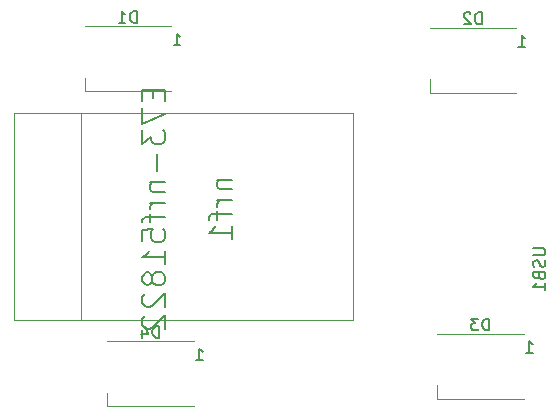
<source format=gbr>
%TF.GenerationSoftware,KiCad,Pcbnew,(5.1.2)-2*%
%TF.CreationDate,2020-04-26T17:29:46+08:00*%
%TF.ProjectId,wing-receiver-lite,77696e67-2d72-4656-9365-697665722d6c,rev?*%
%TF.SameCoordinates,Original*%
%TF.FileFunction,Legend,Bot*%
%TF.FilePolarity,Positive*%
%FSLAX46Y46*%
G04 Gerber Fmt 4.6, Leading zero omitted, Abs format (unit mm)*
G04 Created by KiCad (PCBNEW (5.1.2)-2) date 2020-04-26 17:29:46*
%MOMM*%
%LPD*%
G04 APERTURE LIST*
%ADD10C,0.120000*%
%ADD11C,0.100000*%
%ADD12C,0.150000*%
%ADD13C,0.152400*%
G04 APERTURE END LIST*
D10*
X112555000Y-90253000D02*
X112555000Y-89103000D01*
X119855000Y-90253000D02*
X112555000Y-90253000D01*
X119855000Y-84753000D02*
X112555000Y-84753000D01*
D11*
X83068000Y-109487600D02*
X83068000Y-91961600D01*
X77353000Y-91961600D02*
X106055000Y-91961600D01*
X77353000Y-109487600D02*
X77353000Y-91961600D01*
X106055000Y-109487600D02*
X77353000Y-109487600D01*
X106055000Y-91961600D02*
X106055000Y-109487600D01*
D10*
X85260000Y-116810000D02*
X85260000Y-115660000D01*
X92560000Y-116810000D02*
X85260000Y-116810000D01*
X92560000Y-111310000D02*
X85260000Y-111310000D01*
X113200000Y-116175000D02*
X113200000Y-115025000D01*
X120500000Y-116175000D02*
X113200000Y-116175000D01*
X120500000Y-110675000D02*
X113200000Y-110675000D01*
X83355000Y-90139600D02*
X83355000Y-88989600D01*
X90655000Y-90139600D02*
X83355000Y-90139600D01*
X90655000Y-84639600D02*
X83355000Y-84639600D01*
D12*
X116943095Y-84455380D02*
X116943095Y-83455380D01*
X116705000Y-83455380D01*
X116562142Y-83503000D01*
X116466904Y-83598238D01*
X116419285Y-83693476D01*
X116371666Y-83883952D01*
X116371666Y-84026809D01*
X116419285Y-84217285D01*
X116466904Y-84312523D01*
X116562142Y-84407761D01*
X116705000Y-84455380D01*
X116943095Y-84455380D01*
X115990714Y-83550619D02*
X115943095Y-83503000D01*
X115847857Y-83455380D01*
X115609761Y-83455380D01*
X115514523Y-83503000D01*
X115466904Y-83550619D01*
X115419285Y-83645857D01*
X115419285Y-83741095D01*
X115466904Y-83883952D01*
X116038333Y-84455380D01*
X115419285Y-84455380D01*
X120069285Y-86355380D02*
X120640714Y-86355380D01*
X120355000Y-86355380D02*
X120355000Y-85355380D01*
X120450238Y-85498238D01*
X120545476Y-85593476D01*
X120640714Y-85641095D01*
X121342380Y-103431904D02*
X122151904Y-103431904D01*
X122247142Y-103479523D01*
X122294761Y-103527142D01*
X122342380Y-103622380D01*
X122342380Y-103812857D01*
X122294761Y-103908095D01*
X122247142Y-103955714D01*
X122151904Y-104003333D01*
X121342380Y-104003333D01*
X122294761Y-104431904D02*
X122342380Y-104574761D01*
X122342380Y-104812857D01*
X122294761Y-104908095D01*
X122247142Y-104955714D01*
X122151904Y-105003333D01*
X122056666Y-105003333D01*
X121961428Y-104955714D01*
X121913809Y-104908095D01*
X121866190Y-104812857D01*
X121818571Y-104622380D01*
X121770952Y-104527142D01*
X121723333Y-104479523D01*
X121628095Y-104431904D01*
X121532857Y-104431904D01*
X121437619Y-104479523D01*
X121390000Y-104527142D01*
X121342380Y-104622380D01*
X121342380Y-104860476D01*
X121390000Y-105003333D01*
X121818571Y-105765238D02*
X121866190Y-105908095D01*
X121913809Y-105955714D01*
X122009047Y-106003333D01*
X122151904Y-106003333D01*
X122247142Y-105955714D01*
X122294761Y-105908095D01*
X122342380Y-105812857D01*
X122342380Y-105431904D01*
X121342380Y-105431904D01*
X121342380Y-105765238D01*
X121390000Y-105860476D01*
X121437619Y-105908095D01*
X121532857Y-105955714D01*
X121628095Y-105955714D01*
X121723333Y-105908095D01*
X121770952Y-105860476D01*
X121818571Y-105765238D01*
X121818571Y-105431904D01*
X122342380Y-106955714D02*
X122342380Y-106384285D01*
X122342380Y-106670000D02*
X121342380Y-106670000D01*
X121485238Y-106574761D01*
X121580476Y-106479523D01*
X121628095Y-106384285D01*
D13*
X94516142Y-97607657D02*
X95803076Y-97607657D01*
X94699990Y-97607657D02*
X94608066Y-97699580D01*
X94516142Y-97883428D01*
X94516142Y-98159200D01*
X94608066Y-98343047D01*
X94791914Y-98434971D01*
X95803076Y-98434971D01*
X95803076Y-99354209D02*
X94516142Y-99354209D01*
X94883838Y-99354209D02*
X94699990Y-99446133D01*
X94608066Y-99538057D01*
X94516142Y-99721904D01*
X94516142Y-99905752D01*
X94516142Y-100273447D02*
X94516142Y-101008838D01*
X95803076Y-100549219D02*
X94148447Y-100549219D01*
X93964600Y-100641142D01*
X93872676Y-100824990D01*
X93872676Y-101008838D01*
X95803076Y-102663466D02*
X95803076Y-101560380D01*
X95803076Y-102111923D02*
X93872676Y-102111923D01*
X94148447Y-101928076D01*
X94332295Y-101744228D01*
X94424219Y-101560380D01*
X89153114Y-90023942D02*
X89153114Y-90667409D01*
X90164276Y-90943180D02*
X90164276Y-90023942D01*
X88233876Y-90023942D01*
X88233876Y-90943180D01*
X88233876Y-91586647D02*
X88233876Y-92873580D01*
X90164276Y-92046266D01*
X88233876Y-93425123D02*
X88233876Y-94620133D01*
X88969266Y-93976666D01*
X88969266Y-94252438D01*
X89061190Y-94436285D01*
X89153114Y-94528209D01*
X89336961Y-94620133D01*
X89796580Y-94620133D01*
X89980428Y-94528209D01*
X90072352Y-94436285D01*
X90164276Y-94252438D01*
X90164276Y-93700895D01*
X90072352Y-93517047D01*
X89980428Y-93425123D01*
X89428885Y-95447447D02*
X89428885Y-96918228D01*
X88877342Y-97837466D02*
X90164276Y-97837466D01*
X89061190Y-97837466D02*
X88969266Y-97929390D01*
X88877342Y-98113238D01*
X88877342Y-98389009D01*
X88969266Y-98572857D01*
X89153114Y-98664780D01*
X90164276Y-98664780D01*
X90164276Y-99584019D02*
X88877342Y-99584019D01*
X89245038Y-99584019D02*
X89061190Y-99675942D01*
X88969266Y-99767866D01*
X88877342Y-99951714D01*
X88877342Y-100135561D01*
X88877342Y-100503257D02*
X88877342Y-101238647D01*
X90164276Y-100779028D02*
X88509647Y-100779028D01*
X88325800Y-100870952D01*
X88233876Y-101054800D01*
X88233876Y-101238647D01*
X88233876Y-102801352D02*
X88233876Y-101882114D01*
X89153114Y-101790190D01*
X89061190Y-101882114D01*
X88969266Y-102065961D01*
X88969266Y-102525580D01*
X89061190Y-102709428D01*
X89153114Y-102801352D01*
X89336961Y-102893276D01*
X89796580Y-102893276D01*
X89980428Y-102801352D01*
X90072352Y-102709428D01*
X90164276Y-102525580D01*
X90164276Y-102065961D01*
X90072352Y-101882114D01*
X89980428Y-101790190D01*
X90164276Y-104731752D02*
X90164276Y-103628666D01*
X90164276Y-104180209D02*
X88233876Y-104180209D01*
X88509647Y-103996361D01*
X88693495Y-103812514D01*
X88785419Y-103628666D01*
X89061190Y-105834838D02*
X88969266Y-105650990D01*
X88877342Y-105559066D01*
X88693495Y-105467142D01*
X88601571Y-105467142D01*
X88417723Y-105559066D01*
X88325800Y-105650990D01*
X88233876Y-105834838D01*
X88233876Y-106202533D01*
X88325800Y-106386380D01*
X88417723Y-106478304D01*
X88601571Y-106570228D01*
X88693495Y-106570228D01*
X88877342Y-106478304D01*
X88969266Y-106386380D01*
X89061190Y-106202533D01*
X89061190Y-105834838D01*
X89153114Y-105650990D01*
X89245038Y-105559066D01*
X89428885Y-105467142D01*
X89796580Y-105467142D01*
X89980428Y-105559066D01*
X90072352Y-105650990D01*
X90164276Y-105834838D01*
X90164276Y-106202533D01*
X90072352Y-106386380D01*
X89980428Y-106478304D01*
X89796580Y-106570228D01*
X89428885Y-106570228D01*
X89245038Y-106478304D01*
X89153114Y-106386380D01*
X89061190Y-106202533D01*
X88417723Y-107305619D02*
X88325800Y-107397542D01*
X88233876Y-107581390D01*
X88233876Y-108041009D01*
X88325800Y-108224857D01*
X88417723Y-108316780D01*
X88601571Y-108408704D01*
X88785419Y-108408704D01*
X89061190Y-108316780D01*
X90164276Y-107213695D01*
X90164276Y-108408704D01*
X88417723Y-109144095D02*
X88325800Y-109236019D01*
X88233876Y-109419866D01*
X88233876Y-109879485D01*
X88325800Y-110063333D01*
X88417723Y-110155257D01*
X88601571Y-110247180D01*
X88785419Y-110247180D01*
X89061190Y-110155257D01*
X90164276Y-109052171D01*
X90164276Y-110247180D01*
D12*
X89648095Y-111012380D02*
X89648095Y-110012380D01*
X89410000Y-110012380D01*
X89267142Y-110060000D01*
X89171904Y-110155238D01*
X89124285Y-110250476D01*
X89076666Y-110440952D01*
X89076666Y-110583809D01*
X89124285Y-110774285D01*
X89171904Y-110869523D01*
X89267142Y-110964761D01*
X89410000Y-111012380D01*
X89648095Y-111012380D01*
X88219523Y-110345714D02*
X88219523Y-111012380D01*
X88457619Y-109964761D02*
X88695714Y-110679047D01*
X88076666Y-110679047D01*
X92774285Y-112912380D02*
X93345714Y-112912380D01*
X93060000Y-112912380D02*
X93060000Y-111912380D01*
X93155238Y-112055238D01*
X93250476Y-112150476D01*
X93345714Y-112198095D01*
X117588095Y-110377380D02*
X117588095Y-109377380D01*
X117350000Y-109377380D01*
X117207142Y-109425000D01*
X117111904Y-109520238D01*
X117064285Y-109615476D01*
X117016666Y-109805952D01*
X117016666Y-109948809D01*
X117064285Y-110139285D01*
X117111904Y-110234523D01*
X117207142Y-110329761D01*
X117350000Y-110377380D01*
X117588095Y-110377380D01*
X116683333Y-109377380D02*
X116064285Y-109377380D01*
X116397619Y-109758333D01*
X116254761Y-109758333D01*
X116159523Y-109805952D01*
X116111904Y-109853571D01*
X116064285Y-109948809D01*
X116064285Y-110186904D01*
X116111904Y-110282142D01*
X116159523Y-110329761D01*
X116254761Y-110377380D01*
X116540476Y-110377380D01*
X116635714Y-110329761D01*
X116683333Y-110282142D01*
X120714285Y-112277380D02*
X121285714Y-112277380D01*
X121000000Y-112277380D02*
X121000000Y-111277380D01*
X121095238Y-111420238D01*
X121190476Y-111515476D01*
X121285714Y-111563095D01*
X87743095Y-84341980D02*
X87743095Y-83341980D01*
X87505000Y-83341980D01*
X87362142Y-83389600D01*
X87266904Y-83484838D01*
X87219285Y-83580076D01*
X87171666Y-83770552D01*
X87171666Y-83913409D01*
X87219285Y-84103885D01*
X87266904Y-84199123D01*
X87362142Y-84294361D01*
X87505000Y-84341980D01*
X87743095Y-84341980D01*
X86219285Y-84341980D02*
X86790714Y-84341980D01*
X86505000Y-84341980D02*
X86505000Y-83341980D01*
X86600238Y-83484838D01*
X86695476Y-83580076D01*
X86790714Y-83627695D01*
X90869285Y-86241980D02*
X91440714Y-86241980D01*
X91155000Y-86241980D02*
X91155000Y-85241980D01*
X91250238Y-85384838D01*
X91345476Y-85480076D01*
X91440714Y-85527695D01*
M02*

</source>
